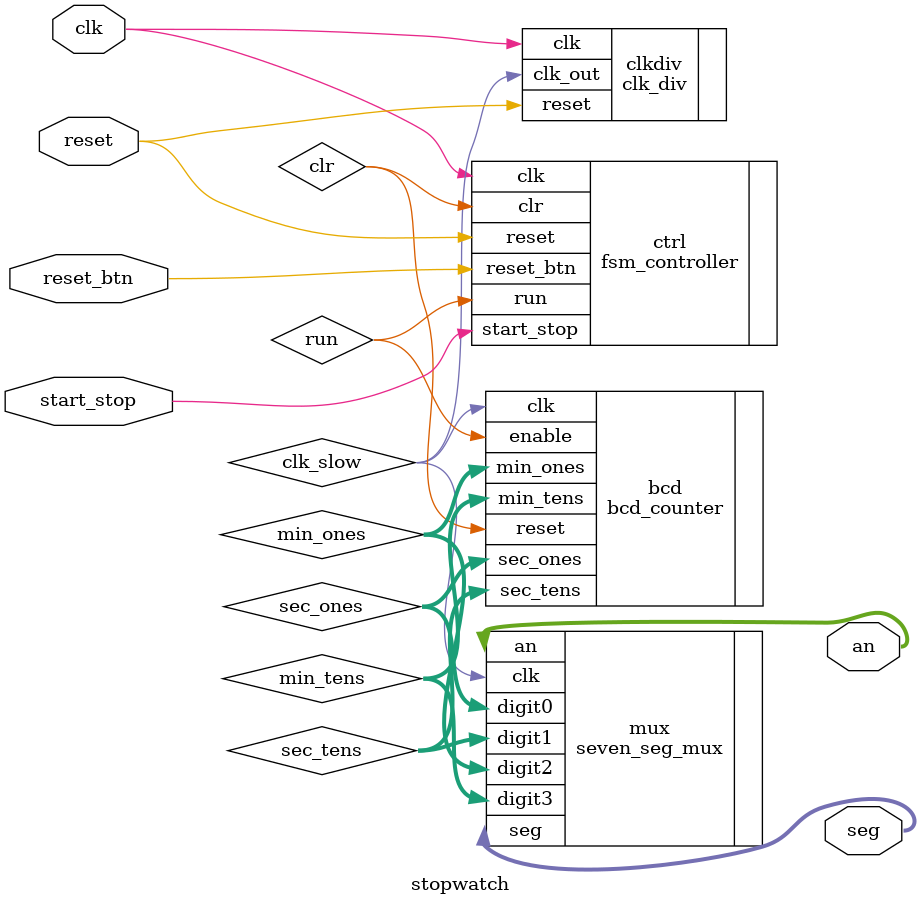
<source format=v>
module stopwatch(
    input clk, reset, start_stop, reset_btn,
    output [6:0] seg,
    output [3:0] an
);
    wire clk_slow, run, clr;
    wire [3:0] sec_ones, sec_tens, min_ones, min_tens;

    clk_div clkdiv (.clk(clk), .reset(reset), .clk_out(clk_slow));
    fsm_controller ctrl (.clk(clk), .reset(reset), .start_stop(start_stop), .reset_btn(reset_btn), .run(run), .clr(clr));
    bcd_counter bcd (.clk(clk_slow), .reset(clr), .enable(run), .sec_ones(sec_ones), .sec_tens(sec_tens), .min_ones(min_ones), .min_tens(min_tens));
    seven_seg_mux mux (.clk(clk_slow), .digit0(sec_ones), .digit1(sec_tens), .digit2(min_ones), .digit3(min_tens), .seg(seg), .an(an));
endmodule

</source>
